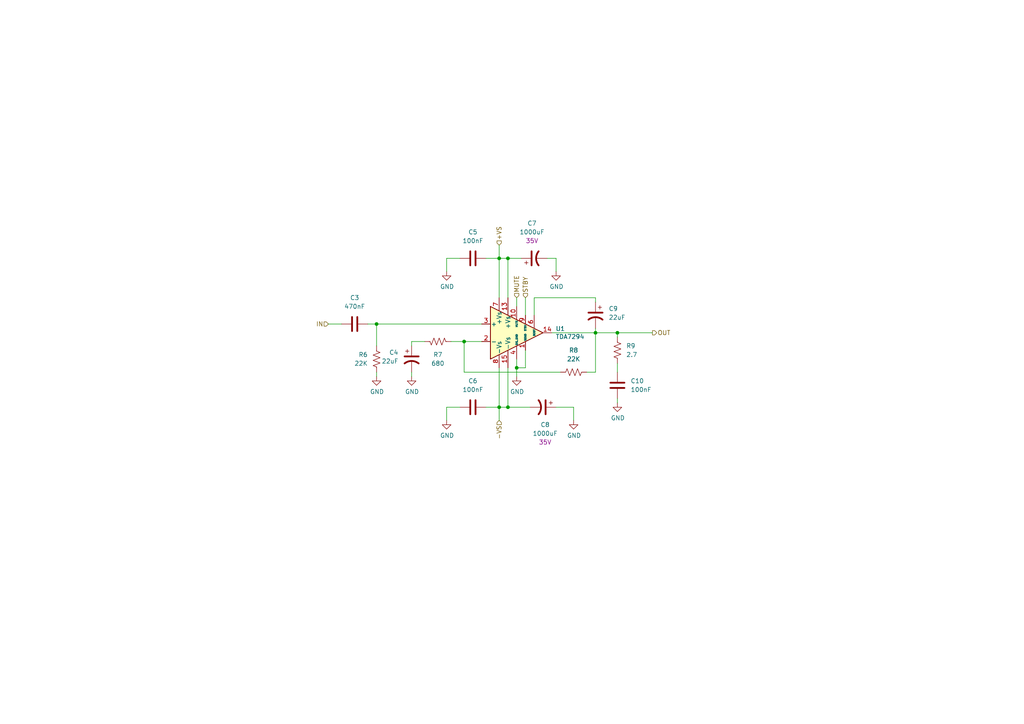
<source format=kicad_sch>
(kicad_sch (version 20230121) (generator eeschema)
  (paper "A4")
  (title_block (title "Amplificador TDA7294") (date "2023-12-17") (rev "v1.1.0") (company "MAYKOLREY.COM"))
  (lib_symbols
    (symbol "Amplifier_Audio:TDA7294" (pin_names (offset 0.127))
      (property "Reference" "U" (at 10.16 6.35 0))
      (property "Value" "TDA7294" (at 10.16 3.81 0))
      (symbol "TDA7294_0_1"
        (polyline (pts (xy -7.62 7.62) (xy 7.62 0) (xy -7.62 -7.62) (xy -7.62 7.62)) (stroke (width 0.254)) (fill (type background)))
      )
      (symbol "TDA7294_1_1"
        (pin power_in line (at 2.54 -5.08 90) (length 2.54) (name "SGND") (number "1"))
        (pin input line (at 0 7.62 270) (length 3.81) (name "MUTE") (number "10"))
        (pin no_connect line (at 0 2.54 270) (length 2.54) hide (name "NC") (number "11"))
        (pin no_connect line (at 2.54 2.54 270) (length 2.54) hide (name "NC") (number "12"))
        (pin power_in line (at -2.54 10.16 270) (length 5.08) (name "+Vs") (number "13"))
        (pin output line (at 10.16 0 180) (length 2.54) (name "~") (number "14"))
        (pin power_in line (at -2.54 -10.16 90) (length 5.08) (name "-Vs") (number "15"))
        (pin input line (at -10.16 -2.54 0) (length 2.54) (name "-") (number "2"))
        (pin input line (at -10.16 2.54 0) (length 2.54) (name "+") (number "3"))
        (pin power_in line (at 0 -7.62 90) (length 3.81) (name "SIG_GND") (number "4"))
        (pin no_connect line (at -2.54 2.54 270) (length 2.54) hide (name "NC") (number "5"))
        (pin passive line (at 5.08 5.08 270) (length 3.81) (name "BOOT") (number "6"))
        (pin power_in line (at -5.08 10.16 270) (length 3.81) (name "+Vs") (number "7"))
        (pin power_in line (at -5.08 -10.16 90) (length 3.81) (name "-Vs") (number "8"))
        (pin input line (at 2.54 5.08 270) (length 2.54) (name "STBY") (number "9"))
      )
    )
    (symbol "Device:C" (pin_numbers hide) (pin_names (offset 0.254))
      (property "Reference" "C" (at 0.635 2.54 0))
      (property "Value" "C" (at 0.635 -2.54 0))
      (symbol "C_0_1"
        (polyline (pts (xy -2.032 -0.762) (xy 2.032 -0.762)) (stroke (width 0.508)))
        (polyline (pts (xy -2.032 0.762) (xy 2.032 0.762)) (stroke (width 0.508)))
      )
      (symbol "C_1_1"
        (pin passive line (at 0 3.81 270) (length 2.794) (name "~") (number "1"))
        (pin passive line (at 0 -3.81 90) (length 2.794) (name "~") (number "2"))
      )
    )
    (symbol "Device:C_Polarized_US" (pin_numbers hide) (pin_names (offset 0.254) hide)
      (property "Reference" "C" (at 0.635 2.54 0))
      (property "Value" "C_Polarized_US" (at 0.635 -2.54 0))
      (symbol "C_Polarized_US_0_1"
        (polyline (pts (xy -2.032 0.762) (xy 2.032 0.762)) (stroke (width 0.508)))
        (polyline (pts (xy -1.778 2.286) (xy -0.762 2.286)))
        (polyline (pts (xy -1.27 1.778) (xy -1.27 2.794)))
        (arc (start 2.032 -1.27) (mid 0 -0.5572) (end -2.032 -1.27) (stroke (width 0.508)))
      )
      (symbol "C_Polarized_US_1_1"
        (pin passive line (at 0 3.81 270) (length 2.794) (name "~") (number "1"))
        (pin passive line (at 0 -3.81 90) (length 3.302) (name "~") (number "2"))
      )
    )
    (symbol "Device:R_US" (pin_numbers hide) (pin_names (offset 0))
      (property "Reference" "R" (at 2.54 0 90))
      (property "Value" "R_US" (at -2.54 0 90))
      (symbol "R_US_0_1"
        (polyline (pts (xy 0 -2.286) (xy 0 -2.54)))
        (polyline (pts (xy 0 2.286) (xy 0 2.54)))
        (polyline (pts (xy 0 -0.762) (xy 1.016 -1.143) (xy 0 -1.524) (xy -1.016 -1.905) (xy 0 -2.286)))
        (polyline (pts (xy 0 0.762) (xy 1.016 0.381) (xy 0 0) (xy -1.016 -0.381) (xy 0 -0.762)))
        (polyline (pts (xy 0 2.286) (xy 1.016 1.905) (xy 0 1.524) (xy -1.016 1.143) (xy 0 0.762)))
      )
      (symbol "R_US_1_1"
        (pin passive line (at 0 3.81 270) (length 1.27) (name "~") (number "1"))
        (pin passive line (at 0 -3.81 90) (length 1.27) (name "~") (number "2"))
      )
    )
    (symbol "power:GND" (power) (pin_names (offset 0))
      (property "Value" "GND" (at 0 -3.81 0))
      (symbol "GND_0_1"
        (polyline (pts (xy 0 0) (xy 0 -1.27) (xy 1.27 -1.27) (xy 0 -2.54) (xy -1.27 -1.27) (xy 0 -1.27)))
      )
      (symbol "GND_1_1"
        (pin power_in line (at 0 0 270) (length 0) hide (name "GND") (number "1"))
      )
    )
  )
  (junction (at 144.78 118.11))
  (junction (at 147.32 74.93))
  (junction (at 149.86 106.68))
  (junction (at 109.22 93.98))
  (junction (at 144.78 74.93))
  (junction (at 134.62 99.06))
  (junction (at 179.07 96.52))
  (junction (at 172.72 96.52))
  (junction (at 147.32 118.11))
  (wire (pts (xy 189.23 96.52) (xy 179.07 96.52)))
  (wire (pts (xy 172.72 96.52) (xy 172.72 95.25)))
  (wire (pts (xy 129.54 78.74) (xy 129.54 74.93)))
  (wire (pts (xy 154.94 91.44) (xy 154.94 86.36)))
  (wire (pts (xy 170.18 107.95) (xy 172.72 107.95)))
  (wire (pts (xy 134.62 107.95) (xy 134.62 99.06)))
  (wire (pts (xy 166.37 121.92) (xy 166.37 118.11)))
  (wire (pts (xy 140.97 74.93) (xy 144.78 74.93)))
  (wire (pts (xy 179.07 116.84) (xy 179.07 115.57)))
  (wire (pts (xy 109.22 109.22) (xy 109.22 107.95)))
  (wire (pts (xy 161.29 74.93) (xy 158.75 74.93)))
  (wire (pts (xy 179.07 97.79) (xy 179.07 96.52)))
  (wire (pts (xy 147.32 74.93) (xy 144.78 74.93)))
  (wire (pts (xy 129.54 118.11) (xy 133.35 118.11)))
  (wire (pts (xy 95.25 93.98) (xy 99.06 93.98)))
  (wire (pts (xy 160.02 96.52) (xy 172.72 96.52)))
  (wire (pts (xy 149.86 88.9) (xy 149.86 86.36)))
  (wire (pts (xy 119.38 99.06) (xy 123.19 99.06)))
  (wire (pts (xy 147.32 74.93) (xy 151.13 74.93)))
  (wire (pts (xy 166.37 118.11) (xy 161.29 118.11)))
  (wire (pts (xy 147.32 86.36) (xy 147.32 74.93)))
  (wire (pts (xy 149.86 106.68) (xy 149.86 104.14)))
  (wire (pts (xy 152.4 106.68) (xy 149.86 106.68)))
  (wire (pts (xy 179.07 96.52) (xy 172.72 96.52)))
  (wire (pts (xy 119.38 109.22) (xy 119.38 107.95)))
  (wire (pts (xy 144.78 121.92) (xy 144.78 118.11)))
  (wire (pts (xy 152.4 101.6) (xy 152.4 106.68)))
  (wire (pts (xy 179.07 105.41) (xy 179.07 107.95)))
  (wire (pts (xy 106.68 93.98) (xy 109.22 93.98)))
  (wire (pts (xy 109.22 93.98) (xy 139.7 93.98)))
  (wire (pts (xy 119.38 100.33) (xy 119.38 99.06)))
  (wire (pts (xy 129.54 118.11) (xy 129.54 121.92)))
  (wire (pts (xy 147.32 118.11) (xy 144.78 118.11)))
  (wire (pts (xy 149.86 109.22) (xy 149.86 106.68)))
  (wire (pts (xy 152.4 91.44) (xy 152.4 86.36)))
  (wire (pts (xy 130.81 99.06) (xy 134.62 99.06)))
  (wire (pts (xy 162.56 107.95) (xy 134.62 107.95)))
  (wire (pts (xy 140.97 118.11) (xy 144.78 118.11)))
  (wire (pts (xy 154.94 86.36) (xy 172.72 86.36)))
  (wire (pts (xy 172.72 96.52) (xy 172.72 107.95)))
  (wire (pts (xy 134.62 99.06) (xy 139.7 99.06)))
  (wire (pts (xy 172.72 86.36) (xy 172.72 87.63)))
  (wire (pts (xy 129.54 74.93) (xy 133.35 74.93)))
  (wire (pts (xy 144.78 71.12) (xy 144.78 74.93)))
  (wire (pts (xy 109.22 100.33) (xy 109.22 93.98)))
  (wire (pts (xy 144.78 74.93) (xy 144.78 86.36)))
  (wire (pts (xy 161.29 78.74) (xy 161.29 74.93)))
  (wire (pts (xy 147.32 106.68) (xy 147.32 118.11)))
  (wire (pts (xy 147.32 118.11) (xy 153.67 118.11)))
  (wire (pts (xy 144.78 118.11) (xy 144.78 106.68)))
  (hierarchical_label "+VS" (shape input) (at 144.78 71.12 90))
  (hierarchical_label "-VS" (shape input) (at 144.78 121.92 270))
  (hierarchical_label "STBY" (shape input) (at 152.4 86.36 90))
  (hierarchical_label "IN" (shape input) (at 95.25 93.98 180))
  (hierarchical_label "MUTE" (shape input) (at 149.86 86.36 90))
  (hierarchical_label "OUT" (shape output) (at 189.23 96.52 0))
  (symbol (lib_id "Amplifier_Audio:TDA7294") (at 149.86 96.52 0) (unit 1)
    (property "Reference" "U1" (at 161.1376 95.3516 0) (effects (justify left)))
    (property "Value" "TDA7294" (at 161.1376 97.663 0) (effects (justify left)))
    (property "Footprint" "Package_TO_SOT_THT:TO-220-15_P2.54x2.54mm_StaggerOdd_Lead4.58mm_Vertical" (effects hide))
    (property "Datasheet" "http://www.st.com/resource/en/datasheet/tda7294.pdf" (effects hide))
    (instances (project "TDA7294" (path "" (reference "U1") (unit 1)) (path "" (reference "U2") (unit 1))))
  )
  (symbol (lib_id "Device:C_Polarized_US") (at 157.48 118.11 270) (unit 1)
    (property "Reference" "C8" (at 158.115 123.19 90))
    (property "Value" "1000uF" (at 158.115 125.73 90))
    (property "Footprint" "Capacitor_THT:CP_Radial_D10.0mm_P5.00mm" (effects hide))
    (property "VOLTAGE" "35V" (at 158.115 128.27 90))
    (instances (project "TDA7294" (path "" (reference "C8") (unit 1)) (path "" (reference "C16") (unit 1))))
  )
  (symbol (lib_id "Device:C") (at 137.16 118.11 270) (unit 1)
    (property "Reference" "C6" (at 137.16 110.49 90))
    (property "Value" "100nF" (at 137.16 113.03 90))
    (property "Footprint" "Capacitor_THT:C_Disc_D4.3mm_W1.9mm_P5.00mm" (effects hide))
    (instances (project "TDA7294" (path "" (reference "C6") (unit 1)) (path "" (reference "C14") (unit 1))))
  )
  (symbol (lib_id "power:GND") (at 166.37 121.92 0) (unit 1)
    (property "Reference" "#PWR010" (effects hide))
    (property "Value" "GND" (at 166.497 126.3142 0))
    (instances (project "TDA7294" (path "" (reference "#PWR010") (unit 1)) (path "" (reference "#PWR018") (unit 1))))
  )
  (symbol (lib_id "power:GND") (at 129.54 121.92 0) (unit 1)
    (property "Reference" "#PWR07" (effects hide))
    (property "Value" "GND" (at 129.667 126.3142 0))
    (instances (project "TDA7294" (path "" (reference "#PWR07") (unit 1)) (path "" (reference "#PWR015") (unit 1))))
  )
  (symbol (lib_id "Device:C_Polarized_US") (at 154.94 74.93 90) (unit 1)
    (property "Reference" "C7" (at 154.305 64.77 90))
    (property "Value" "1000uF" (at 154.305 67.31 90))
    (property "Footprint" "Capacitor_THT:CP_Radial_D10.0mm_P5.00mm" (effects hide))
    (property "VOLTAGE" "35V" (at 154.305 69.85 90))
    (instances (project "TDA7294" (path "" (reference "C7") (unit 1)) (path "" (reference "C15") (unit 1))))
  )
  (symbol (lib_id "Device:C") (at 137.16 74.93 270) (unit 1)
    (property "Reference" "C5" (at 137.16 67.31 90))
    (property "Value" "100nF" (at 137.16 69.85 90))
    (property "Footprint" "Capacitor_THT:C_Disc_D4.3mm_W1.9mm_P5.00mm" (effects hide))
    (instances (project "TDA7294" (path "" (reference "C5") (unit 1)) (path "" (reference "C13") (unit 1))))
  )
  (symbol (lib_id "power:GND") (at 129.54 78.74 0) (unit 1)
    (property "Reference" "#PWR06" (effects hide))
    (property "Value" "GND" (at 129.667 83.1342 0))
    (instances (project "TDA7294" (path "" (reference "#PWR06") (unit 1)) (path "" (reference "#PWR014") (unit 1))))
  )
  (symbol (lib_id "power:GND") (at 161.29 78.74 0) (unit 1)
    (property "Reference" "#PWR09" (effects hide))
    (property "Value" "GND" (at 161.417 83.1342 0))
    (instances (project "TDA7294" (path "" (reference "#PWR09") (unit 1)) (path "" (reference "#PWR017") (unit 1))))
  )
  (symbol (lib_id "Device:C_Polarized_US") (at 172.72 91.44 0) (mirror y) (unit 1)
    (property "Reference" "C9" (at 176.53 89.5349 0) (effects (justify right)))
    (property "Value" "22uF" (at 176.53 92.0749 0) (effects (justify right)))
    (property "Footprint" "Capacitor_THT:CP_Radial_D5.0mm_P2.50mm" (effects hide))
    (instances (project "TDA7294" (path "" (reference "C9") (unit 1)) (path "" (reference "C17") (unit 1))))
  )
  (symbol (lib_id "Device:R_US") (at 166.37 107.95 270) (unit 1)
    (property "Reference" "R8" (at 166.37 101.6 90))
    (property "Value" "22K" (at 166.37 104.14 90))
    (property "Footprint" "Resistor_THT:R_Axial_DIN0207_L6.3mm_D2.5mm_P10.16mm_Horizontal" (effects hide))
    (instances (project "TDA7294" (path "" (reference "R8") (unit 1)) (path "" (reference "R12") (unit 1))))
  )
  (symbol (lib_id "Device:C") (at 179.07 111.76 180) (unit 1)
    (property "Reference" "C10" (at 182.88 110.4899 0) (effects (justify right)))
    (property "Value" "100nF" (at 182.88 113.0299 0) (effects (justify right)))
    (property "Footprint" "Capacitor_THT:C_Disc_D4.3mm_W1.9mm_P5.00mm" (effects hide))
    (instances (project "TDA7294" (path "" (reference "C10") (unit 1)) (path "" (reference "C18") (unit 1))))
  )
  (symbol (lib_id "Device:R_US") (at 179.07 101.6 180) (unit 1)
    (property "Reference" "R9" (at 181.61 100.3299 0) (effects (justify right)))
    (property "Value" "2.7" (at 181.61 102.8699 0) (effects (justify right)))
    (property "Footprint" "Resistor_THT:R_Axial_DIN0411_L9.9mm_D3.6mm_P15.24mm_Horizontal" (effects hide))
    (instances (project "TDA7294" (path "" (reference "R9") (unit 1)) (path "" (reference "R13") (unit 1))))
  )
  (symbol (lib_id "power:GND") (at 179.07 116.84 0) (unit 1)
    (property "Reference" "#PWR011" (effects hide))
    (property "Value" "GND" (at 179.197 121.2342 0))
    (instances (project "TDA7294" (path "" (reference "#PWR011") (unit 1)) (path "" (reference "#PWR019") (unit 1))))
  )
  (symbol (lib_id "Device:R_US") (at 127 99.06 270) (mirror x) (unit 1)
    (property "Reference" "R7" (at 127 102.87 90))
    (property "Value" "680" (at 127 105.41 90))
    (property "Footprint" "Resistor_THT:R_Axial_DIN0207_L6.3mm_D2.5mm_P10.16mm_Horizontal" (effects hide))
    (instances (project "TDA7294" (path "" (reference "R7") (unit 1)) (path "" (reference "R11") (unit 1))))
  )
  (symbol (lib_id "Device:C_Polarized_US") (at 119.38 104.14 0) (unit 1)
    (property "Reference" "C4" (at 115.57 102.2349 0) (effects (justify right)))
    (property "Value" "22uF" (at 115.57 104.7749 0) (effects (justify right)))
    (property "Footprint" "Capacitor_THT:CP_Radial_D5.0mm_P2.50mm" (effects hide))
    (instances (project "TDA7294" (path "" (reference "C4") (unit 1)) (path "" (reference "C12") (unit 1))))
  )
  (symbol (lib_id "power:GND") (at 119.38 109.22 0) (unit 1)
    (property "Reference" "#PWR05" (effects hide))
    (property "Value" "GND" (at 119.507 113.6142 0))
    (instances (project "TDA7294" (path "" (reference "#PWR05") (unit 1)) (path "" (reference "#PWR013") (unit 1))))
  )
  (symbol (lib_id "Device:C") (at 102.87 93.98 270) (unit 1)
    (property "Reference" "C3" (at 102.87 86.36 90))
    (property "Value" "470nF" (at 102.87 88.9 90))
    (property "Footprint" "Capacitor_THT:C_Disc_D4.3mm_W1.9mm_P5.00mm" (effects hide))
    (instances (project "TDA7294" (path "" (reference "C3") (unit 1)) (path "" (reference "C11") (unit 1))))
  )
  (symbol (lib_id "Device:R_US") (at 109.22 104.14 180) (unit 1)
    (property "Reference" "R6" (at 106.68 102.8699 0) (effects (justify left)))
    (property "Value" "22K" (at 106.68 105.4099 0) (effects (justify left)))
    (property "Footprint" "Resistor_THT:R_Axial_DIN0207_L6.3mm_D2.5mm_P10.16mm_Horizontal" (effects hide))
    (instances (project "TDA7294" (path "" (reference "R6") (unit 1)) (path "" (reference "R10") (unit 1))))
  )
  (symbol (lib_id "power:GND") (at 109.22 109.22 0) (unit 1)
    (property "Reference" "#PWR04" (effects hide))
    (property "Value" "GND" (at 109.347 113.6142 0))
    (instances (project "TDA7294" (path "" (reference "#PWR04") (unit 1)) (path "" (reference "#PWR012") (unit 1))))
  )
  (symbol (lib_id "power:GND") (at 149.86 109.22 0) (unit 1)
    (property "Reference" "#PWR08" (effects hide))
    (property "Value" "GND" (at 149.987 113.6142 0))
    (instances (project "TDA7294" (path "" (reference "#PWR08") (unit 1)) (path "" (reference "#PWR016") (unit 1))))
  )
)
</source>
